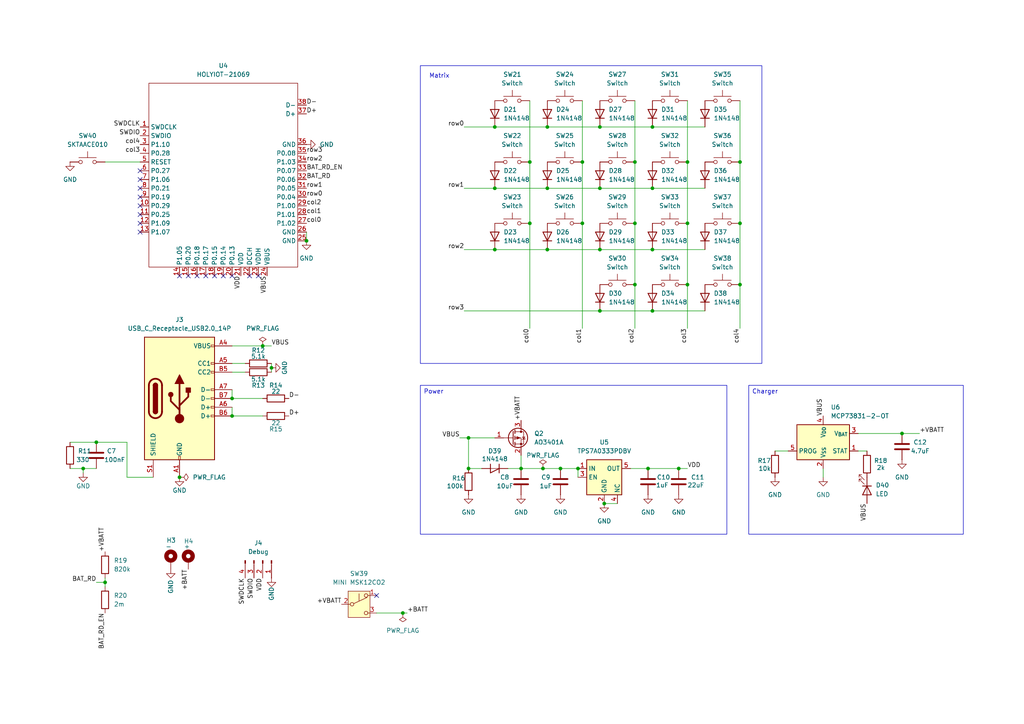
<source format=kicad_sch>
(kicad_sch (version 20231120) (generator "eeschema") (generator_version "8.0")
  (paper "A4")
  (lib_symbols
    (symbol "Battery_Management:MCP73831-2-OT"
      (property "Reference" "U" (at -7.62 6.35 0))
      (property "Value" "MCP73831-2-OT" (at 1.27 6.35 0))
      (symbol "MCP73831-2-OT_0_1"
        (rectangle (start -7.62 5.08) (end 7.62 -5.08) (stroke (width 0.254)) (fill (type background)))
      )
      (symbol "MCP73831-2-OT_1_1"
        (pin tri_state line (at 10.16 -2.54 180) (length 2.54) (name "STAT") (number "1"))
        (pin power_in line (at 0 -7.62 90) (length 2.54) (name "V_{SS}") (number "2"))
        (pin power_out line (at 10.16 2.54 180) (length 2.54) (name "V_{BAT}") (number "3"))
        (pin power_in line (at 0 7.62 270) (length 2.54) (name "V_{DD}") (number "4"))
        (pin input line (at -10.16 -2.54 0) (length 2.54) (name "PROG") (number "5"))
      )
    )
    (symbol "Connector:Conn_01x04_Pin" (pin_names (offset 1.016) hide)
      (property "Reference" "J" (at 0 5.08 0))
      (property "Value" "Conn_01x04_Pin" (at 0 -7.62 0))
      (symbol "Conn_01x04_Pin_1_1"
        (polyline (pts (xy 1.27 -5.08) (xy 0.8636 -5.08)) (stroke (width 0.1524)))
        (polyline (pts (xy 1.27 -2.54) (xy 0.8636 -2.54)) (stroke (width 0.1524)))
        (polyline (pts (xy 1.27 0) (xy 0.8636 0)) (stroke (width 0.1524)))
        (polyline (pts (xy 1.27 2.54) (xy 0.8636 2.54)) (stroke (width 0.1524)))
        (rectangle (start 0.8636 -4.953) (end 0 -5.207) (stroke (width 0.1524)) (fill (type outline)))
        (rectangle (start 0.8636 -2.413) (end 0 -2.667) (stroke (width 0.1524)) (fill (type outline)))
        (rectangle (start 0.8636 0.127) (end 0 -0.127) (stroke (width 0.1524)) (fill (type outline)))
        (rectangle (start 0.8636 2.667) (end 0 2.413) (stroke (width 0.1524)) (fill (type outline)))
        (pin passive line (at 5.08 2.54 180) (length 3.81) (name "Pin_1") (number "1"))
        (pin passive line (at 5.08 0 180) (length 3.81) (name "Pin_2") (number "2"))
        (pin passive line (at 5.08 -2.54 180) (length 3.81) (name "Pin_3") (number "3"))
        (pin passive line (at 5.08 -5.08 180) (length 3.81) (name "Pin_4") (number "4"))
      )
    )
    (symbol "Connector:USB_C_Receptacle_USB2.0_14P" (pin_names (offset 1.016))
      (property "Reference" "J" (at 0 22.225 0))
      (property "Value" "USB_C_Receptacle_USB2.0_14P" (at 0 19.685 0))
      (symbol "USB_C_Receptacle_USB2.0_14P_0_0"
        (rectangle (start -0.254 -17.78) (end 0.254 -16.764))
        (rectangle (start 10.16 -4.826) (end 9.144 -5.334))
        (rectangle (start 10.16 -2.286) (end 9.144 -2.794))
        (rectangle (start 10.16 0.254) (end 9.144 -0.254))
        (rectangle (start 10.16 2.794) (end 9.144 2.286))
        (rectangle (start 10.16 7.874) (end 9.144 7.366))
        (rectangle (start 10.16 10.414) (end 9.144 9.906))
        (rectangle (start 10.16 15.494) (end 9.144 14.986))
      )
      (symbol "USB_C_Receptacle_USB2.0_14P_0_1"
        (rectangle (start -10.16 17.78) (end 10.16 -17.78) (stroke (width 0.254)) (fill (type background)))
        (arc (start -8.89 -3.81) (mid -6.985 -5.7067) (end -5.08 -3.81) (stroke (width 0.508)))
        (arc (start -7.62 -3.81) (mid -6.985 -4.4423) (end -6.35 -3.81) (stroke (width 0.254)))
        (arc (start -7.62 -3.81) (mid -6.985 -4.4423) (end -6.35 -3.81) (stroke (width 0.254)) (fill (type outline)))
        (rectangle (start -7.62 -3.81) (end -6.35 3.81) (stroke (width 0.254)) (fill (type outline)))
        (arc (start -6.35 3.81) (mid -6.985 4.4423) (end -7.62 3.81) (stroke (width 0.254)))
        (arc (start -6.35 3.81) (mid -6.985 4.4423) (end -7.62 3.81) (stroke (width 0.254)) (fill (type outline)))
        (arc (start -5.08 3.81) (mid -6.985 5.7067) (end -8.89 3.81) (stroke (width 0.508)))
        (circle (center -2.54 1.143) (radius 0.635) (stroke (width 0.254)) (fill (type outline)))
        (circle (center 0 -5.842) (radius 1.27) (fill (type outline)))
        (polyline (pts (xy -8.89 -3.81) (xy -8.89 3.81)) (stroke (width 0.508)))
        (polyline (pts (xy -5.08 3.81) (xy -5.08 -3.81)) (stroke (width 0.508)))
        (polyline (pts (xy 0 -5.842) (xy 0 4.318)) (stroke (width 0.508)))
        (polyline (pts (xy 0 -3.302) (xy -2.54 -0.762) (xy -2.54 0.508)) (stroke (width 0.508)))
        (polyline (pts (xy 0 -2.032) (xy 2.54 0.508) (xy 2.54 1.778)) (stroke (width 0.508)))
        (polyline (pts (xy -1.27 4.318) (xy 0 6.858) (xy 1.27 4.318) (xy -1.27 4.318)) (stroke (width 0.254)) (fill (type outline)))
        (rectangle (start 1.905 1.778) (end 3.175 3.048) (stroke (width 0.254)) (fill (type outline)))
      )
      (symbol "USB_C_Receptacle_USB2.0_14P_1_1"
        (pin passive line (at 0 -22.86 90) (length 5.08) (name "GND") (number "A1"))
        (pin passive line (at 0 -22.86 90) (length 5.08) hide (name "GND") (number "A12"))
        (pin passive line (at 15.24 15.24 180) (length 5.08) (name "VBUS") (number "A4"))
        (pin bidirectional line (at 15.24 10.16 180) (length 5.08) (name "CC1") (number "A5"))
        (pin bidirectional line (at 15.24 -2.54 180) (length 5.08) (name "D+") (number "A6"))
        (pin bidirectional line (at 15.24 2.54 180) (length 5.08) (name "D-") (number "A7"))
        (pin passive line (at 15.24 15.24 180) (length 5.08) hide (name "VBUS") (number "A9"))
        (pin passive line (at 0 -22.86 90) (length 5.08) hide (name "GND") (number "B1"))
        (pin passive line (at 0 -22.86 90) (length 5.08) hide (name "GND") (number "B12"))
        (pin passive line (at 15.24 15.24 180) (length 5.08) hide (name "VBUS") (number "B4"))
        (pin bidirectional line (at 15.24 7.62 180) (length 5.08) (name "CC2") (number "B5"))
        (pin bidirectional line (at 15.24 -5.08 180) (length 5.08) (name "D+") (number "B6"))
        (pin bidirectional line (at 15.24 0 180) (length 5.08) (name "D-") (number "B7"))
        (pin passive line (at 15.24 15.24 180) (length 5.08) hide (name "VBUS") (number "B9"))
        (pin passive line (at -7.62 -22.86 90) (length 5.08) (name "SHIELD") (number "S1"))
      )
    )
    (symbol "Device:C" (pin_numbers hide) (pin_names (offset 0.254))
      (property "Reference" "C" (at 0.635 2.54 0))
      (property "Value" "C" (at 0.635 -2.54 0))
      (symbol "C_0_1"
        (polyline (pts (xy -2.032 -0.762) (xy 2.032 -0.762)) (stroke (width 0.508)))
        (polyline (pts (xy -2.032 0.762) (xy 2.032 0.762)) (stroke (width 0.508)))
      )
      (symbol "C_1_1"
        (pin passive line (at 0 3.81 270) (length 2.794) (name "~") (number "1"))
        (pin passive line (at 0 -3.81 90) (length 2.794) (name "~") (number "2"))
      )
    )
    (symbol "Device:D" (pin_numbers hide) (pin_names (offset 1.016) hide)
      (property "Reference" "D" (at 0 2.54 0))
      (property "Value" "D" (at 0 -2.54 0))
      (symbol "D_0_1"
        (polyline (pts (xy -1.27 1.27) (xy -1.27 -1.27)) (stroke (width 0.254)))
        (polyline (pts (xy 1.27 0) (xy -1.27 0)))
        (polyline (pts (xy 1.27 1.27) (xy 1.27 -1.27) (xy -1.27 0) (xy 1.27 1.27)) (stroke (width 0.254)))
      )
      (symbol "D_1_1"
        (pin passive line (at -3.81 0 0) (length 2.54) (name "K") (number "1"))
        (pin passive line (at 3.81 0 180) (length 2.54) (name "A") (number "2"))
      )
    )
    (symbol "Device:D_Shockley" (pin_numbers hide) (pin_names (offset 1.016) hide)
      (property "Reference" "D" (at 0 2.54 0))
      (property "Value" "D_Shockley" (at 0 -2.54 0))
      (symbol "D_Shockley_0_1"
        (polyline (pts (xy -1.27 0) (xy 1.27 0)))
        (polyline (pts (xy -1.27 1.27) (xy -1.27 -1.27)) (stroke (width 0.254)))
        (polyline (pts (xy -1.27 0) (xy 1.27 1.27) (xy 1.27 -1.27)) (stroke (width 0.254)))
      )
      (symbol "D_Shockley_1_1"
        (pin passive line (at -3.81 0 0) (length 2.54) (name "K") (number "1"))
        (pin passive line (at 3.81 0 180) (length 2.54) (name "A") (number "2"))
      )
    )
    (symbol "Device:LED" (pin_numbers hide) (pin_names (offset 1.016) hide)
      (property "Reference" "D" (at 0 2.54 0))
      (property "Value" "LED" (at 0 -2.54 0))
      (symbol "LED_0_1"
        (polyline (pts (xy -1.27 -1.27) (xy -1.27 1.27)) (stroke (width 0.254)))
        (polyline (pts (xy -1.27 0) (xy 1.27 0)))
        (polyline (pts (xy 1.27 -1.27) (xy 1.27 1.27) (xy -1.27 0) (xy 1.27 -1.27)) (stroke (width 0.254)))
        (polyline (pts (xy -3.048 -0.762) (xy -4.572 -2.286) (xy -3.81 -2.286) (xy -4.572 -2.286) (xy -4.572 -1.524)))
        (polyline (pts (xy -1.778 -0.762) (xy -3.302 -2.286) (xy -2.54 -2.286) (xy -3.302 -2.286) (xy -3.302 -1.524)))
      )
      (symbol "LED_1_1"
        (pin passive line (at -3.81 0 0) (length 2.54) (name "K") (number "1"))
        (pin passive line (at 3.81 0 180) (length 2.54) (name "A") (number "2"))
      )
    )
    (symbol "Device:R" (pin_numbers hide) (pin_names (offset 0))
      (property "Reference" "R" (at 2.032 0 90))
      (property "Value" "R" (at 0 0 90))
      (symbol "R_0_1"
        (rectangle (start -1.016 -2.54) (end 1.016 2.54) (stroke (width 0.254)))
      )
      (symbol "R_1_1"
        (pin passive line (at 0 3.81 270) (length 1.27) (name "~") (number "1"))
        (pin passive line (at 0 -3.81 90) (length 1.27) (name "~") (number "2"))
      )
    )
    (symbol "Holyiot-21069-nRF5340:HOLYIOT-21069"
      (property "Reference" "U1" (at 0 24.13 0))
      (property "Value" "HOLYIOT-21069" (at 0 20.955 0))
      (symbol "HOLYIOT-21069_0_1"
        (rectangle (start -21.59 26.67) (end 21.59 -26.67))
      )
      (symbol "HOLYIOT-21069_1_1"
        (pin input line (at -24.13 13.97 0) (length 2.54) (name "SWDCLK") (number "1"))
        (pin input line (at -24.13 -8.89 0) (length 2.54) (name "P0.29") (number "10"))
        (pin input line (at -24.13 -11.43 0) (length 2.54) (name "P0.25") (number "11"))
        (pin input line (at -24.13 -13.97 0) (length 2.54) (name "P1.09") (number "12"))
        (pin input line (at -24.13 -16.51 0) (length 2.54) (name "P1.07") (number "13"))
        (pin input line (at -12.7 -29.21 90) (length 2.54) (name "P1.05") (number "14"))
        (pin input line (at -10.16 -29.21 90) (length 2.54) (name "P0.20") (number "15"))
        (pin input line (at -7.62 -29.21 90) (length 2.54) (name "P0.18") (number "16"))
        (pin input line (at -5.08 -29.21 90) (length 2.54) (name "P0.17") (number "17"))
        (pin input line (at -2.54 -29.21 90) (length 2.54) (name "P0.15") (number "18"))
        (pin input line (at 0 -29.21 90) (length 2.54) (name "P0.14") (number "19"))
        (pin input line (at -24.13 11.43 0) (length 2.54) (name "SWDIO") (number "2"))
        (pin input line (at 2.54 -29.21 90) (length 2.54) (name "P0.13") (number "20"))
        (pin power_in line (at 5.08 -29.21 90) (length 2.54) (name "VDD") (number "21"))
        (pin power_in line (at 7.62 -29.21 90) (length 2.54) (name "DCCH") (number "22"))
        (pin power_in line (at 10.16 -29.21 90) (length 2.54) (name "VDDH") (number "23"))
        (pin power_in line (at 12.7 -29.21 90) (length 2.54) (name "VBUS") (number "24"))
        (pin power_in line (at 24.13 -19.05 180) (length 2.54) (name "GND") (number "25"))
        (pin power_in line (at 24.13 -16.51 180) (length 2.54) (name "GND") (number "26"))
        (pin input line (at 24.13 -13.97 180) (length 2.54) (name "P1.02") (number "27"))
        (pin input line (at 24.13 -11.43 180) (length 2.54) (name "P1.01") (number "28"))
        (pin input line (at 24.13 -8.89 180) (length 2.54) (name "P1.00") (number "29"))
        (pin input line (at -24.13 8.89 0) (length 2.54) (name "P1.10") (number "3"))
        (pin input line (at 24.13 -6.35 180) (length 2.54) (name "P0.04") (number "30"))
        (pin input line (at 24.13 -3.81 180) (length 2.54) (name "P0.05") (number "31"))
        (pin input line (at 24.13 -1.27 180) (length 2.54) (name "P0.06") (number "32"))
        (pin input line (at 24.13 1.27 180) (length 2.54) (name "P0.07") (number "33"))
        (pin input line (at 24.13 3.81 180) (length 2.54) (name "P1.03") (number "34"))
        (pin input line (at 24.13 6.35 180) (length 2.54) (name "P0.08") (number "35"))
        (pin power_in line (at 24.13 8.89 180) (length 2.54) (name "GND") (number "36"))
        (pin input line (at 24.13 17.78 180) (length 2.54) (name "D+") (number "37"))
        (pin input line (at 24.13 20.32 180) (length 2.54) (name "D-") (number "38"))
        (pin input line (at -24.13 6.35 0) (length 2.54) (name "P0.28") (number "4"))
        (pin input line (at -24.13 3.81 0) (length 2.54) (name "RESET") (number "5"))
        (pin input line (at -24.13 1.27 0) (length 2.54) (name "P0.27") (number "6"))
        (pin input line (at -24.13 -1.27 0) (length 2.54) (name "P1.06") (number "7"))
        (pin input line (at -24.13 -3.81 0) (length 2.54) (name "P0.21") (number "8"))
        (pin input line (at -24.13 -6.35 0) (length 2.54) (name "P0.19") (number "9"))
      )
    )
    (symbol "Mechanical:MountingHole_Pad" (pin_numbers hide) (pin_names (offset 1.016) hide)
      (property "Reference" "H" (at 0 6.35 0))
      (property "Value" "MountingHole_Pad" (at 0 4.445 0))
      (symbol "MountingHole_Pad_0_1"
        (circle (center 0 1.27) (radius 1.27) (stroke (width 1.27)))
      )
      (symbol "MountingHole_Pad_1_1"
        (pin input line (at 0 -2.54 90) (length 2.54) (name "1") (number "1"))
      )
    )
    (symbol "Misc:TPS7A0333PDBV"
      (property "Reference" "U" (at -3.81 6.35 0))
      (property "Value" "TPS7A0333PDBV" (at 6.35 6.35 0))
      (symbol "TPS7A0333PDBV_0_1"
        (rectangle (start -5.08 -5.08) (end 5.08 5.08) (stroke (width 0.254)) (fill (type background)))
        (pin power_in line (at -7.62 2.54 0) (length 2.54) (name "IN") (number "1"))
        (pin power_in line (at 0 -7.62 90) (length 2.54) (name "GND") (number "2"))
        (pin input line (at -7.62 0 0) (length 2.54) (name "EN") (number "3"))
        (pin power_out line (at 7.62 2.54 180) (length 2.54) (name "OUT") (number "5"))
      )
      (symbol "TPS7A0333PDBV_1_1"
        (pin power_in line (at 3.81 -7.62 90) (length 2.54) (name "NC") (number "4"))
      )
    )
    (symbol "Switch:SW_Push" (pin_numbers hide) (pin_names (offset 1.016) hide)
      (property "Reference" "SW" (at 1.27 2.54 0))
      (property "Value" "SW_Push" (at 0 -1.524 0))
      (symbol "SW_Push_0_1"
        (circle (center -2.032 0) (radius 0.508))
        (polyline (pts (xy 0 1.27) (xy 0 3.048)))
        (polyline (pts (xy 2.54 1.27) (xy -2.54 1.27)))
        (circle (center 2.032 0) (radius 0.508))
        (pin passive line (at -5.08 0 0) (length 2.54) (name "1") (number "1"))
        (pin passive line (at 5.08 0 180) (length 2.54) (name "2") (number "2"))
      )
    )
    (symbol "Switch:SW_Push_SPDT" (pin_names (offset 0) hide)
      (property "Reference" "SW" (at 0 5.08 0))
      (property "Value" "SW_Push_SPDT" (at 0 -5.08 0))
      (symbol "SW_Push_SPDT_0_0"
        (circle (center -2.032 0) (radius 0.508))
        (polyline (pts (xy 0 1.016) (xy 0 3.048)))
        (circle (center 2.032 -2.54) (radius 0.508))
      )
      (symbol "SW_Push_SPDT_0_1"
        (polyline (pts (xy -1.524 0.2032) (xy 2.3368 1.9812)))
        (circle (center 2.032 2.54) (radius 0.508))
      )
      (symbol "SW_Push_SPDT_1_1"
        (rectangle (start -3.175 3.81) (end 3.175 -3.81) (fill (type background)))
        (pin passive line (at 5.08 2.54 180) (length 2.54) (name "A") (number "1"))
        (pin passive line (at -5.08 0 0) (length 2.54) (name "B") (number "2"))
        (pin passive line (at 5.08 -2.54 180) (length 2.54) (name "C") (number "3"))
      )
    )
    (symbol "Transistor_FET:AO3401A" (pin_names hide)
      (property "Reference" "Q" (at 5.08 1.905 0))
      (property "Value" "AO3401A" (at 5.08 0 0))
      (symbol "AO3401A_0_1"
        (polyline (pts (xy 0.254 0) (xy -2.54 0)))
        (polyline (pts (xy 0.254 1.905) (xy 0.254 -1.905)) (stroke (width 0.254)))
        (polyline (pts (xy 0.762 -1.27) (xy 0.762 -2.286)) (stroke (width 0.254)))
        (polyline (pts (xy 0.762 0.508) (xy 0.762 -0.508)) (stroke (width 0.254)))
        (polyline (pts (xy 0.762 2.286) (xy 0.762 1.27)) (stroke (width 0.254)))
        (polyline (pts (xy 2.54 2.54) (xy 2.54 1.778)))
        (polyline (pts (xy 2.54 -2.54) (xy 2.54 0) (xy 0.762 0)))
        (polyline (pts (xy 0.762 1.778) (xy 3.302 1.778) (xy 3.302 -1.778) (xy 0.762 -1.778)))
        (polyline (pts (xy 2.286 0) (xy 1.27 0.381) (xy 1.27 -0.381) (xy 2.286 0)) (fill (type outline)))
        (polyline (pts (xy 2.794 -0.508) (xy 2.921 -0.381) (xy 3.683 -0.381) (xy 3.81 -0.254)))
        (polyline (pts (xy 3.302 -0.381) (xy 2.921 0.254) (xy 3.683 0.254) (xy 3.302 -0.381)))
        (circle (center 1.651 0) (radius 2.794) (stroke (width 0.254)))
        (circle (center 2.54 -1.778) (radius 0.254) (fill (type outline)))
        (circle (center 2.54 1.778) (radius 0.254) (fill (type outline)))
      )
      (symbol "AO3401A_1_1"
        (pin input line (at -5.08 0 0) (length 2.54) (name "G") (number "1"))
        (pin passive line (at 2.54 -5.08 90) (length 2.54) (name "S") (number "2"))
        (pin passive line (at 2.54 5.08 270) (length 2.54) (name "D") (number "3"))
      )
    )
    (symbol "power:GND" (power) (pin_numbers hide) (pin_names (offset 0) hide)
      (property "Value" "GND" (at 0 -3.81 0))
      (symbol "GND_0_1"
        (polyline (pts (xy 0 0) (xy 0 -1.27) (xy 1.27 -1.27) (xy 0 -2.54) (xy -1.27 -1.27) (xy 0 -1.27)))
      )
      (symbol "GND_1_1"
        (pin power_in line (at 0 0 270) (length 0) (name "~") (number "1"))
      )
    )
    (symbol "power:PWR_FLAG" (power) (pin_numbers hide) (pin_names (offset 0) hide)
      (property "Value" "PWR_FLAG" (at 0 3.81 0))
      (symbol "PWR_FLAG_0_0"
        (pin power_out line (at 0 0 90) (length 0) (name "~") (number "1"))
      )
      (symbol "PWR_FLAG_0_1"
        (polyline (pts (xy 0 0) (xy 0 1.27) (xy -1.016 1.905) (xy 0 2.54) (xy 1.016 1.905) (xy 0 1.27)))
      )
    )
  )
  (junction (at 158.75 72.39))
  (junction (at 214.63 46.99))
  (junction (at 261.62 125.73))
  (junction (at 189.23 72.39))
  (junction (at 143.51 72.39))
  (junction (at 214.63 82.55))
  (junction (at 189.23 36.83))
  (junction (at 24.13 135.89))
  (junction (at 199.39 64.77))
  (junction (at 153.67 46.99))
  (junction (at 135.89 127))
  (junction (at 187.96 135.89))
  (junction (at 189.23 90.17))
  (junction (at 158.75 54.61))
  (junction (at 143.51 36.83))
  (junction (at 67.31 115.57))
  (junction (at 153.67 64.77))
  (junction (at 30.48 168.91))
  (junction (at 196.85 135.89))
  (junction (at 168.91 46.99))
  (junction (at 157.48 135.89))
  (junction (at 168.91 64.77))
  (junction (at 135.89 135.89))
  (junction (at 173.99 72.39))
  (junction (at 184.15 46.99))
  (junction (at 116.84 177.8))
  (junction (at 184.15 82.55))
  (junction (at 173.99 54.61))
  (junction (at 151.13 135.89))
  (junction (at 67.31 120.65))
  (junction (at 52.07 138.43))
  (junction (at 175.26 146.05))
  (junction (at 189.23 54.61))
  (junction (at 76.2 100.33))
  (junction (at 184.15 64.77))
  (junction (at 88.9 69.85))
  (junction (at 199.39 46.99))
  (junction (at 162.56 135.89))
  (junction (at 158.75 36.83))
  (junction (at 78.74 106.68))
  (junction (at 214.63 64.77))
  (junction (at 167.64 135.89))
  (junction (at 173.99 36.83))
  (junction (at 143.51 54.61))
  (junction (at 27.94 128.27))
  (junction (at 199.39 82.55))
  (junction (at 173.99 90.17))
  (no_connect (at 59.69 80.01))
  (no_connect (at 40.64 52.07))
  (no_connect (at 40.64 62.23))
  (no_connect (at 109.22 172.72))
  (no_connect (at 40.64 57.15))
  (no_connect (at 54.61 80.01))
  (no_connect (at 74.93 80.01))
  (no_connect (at 40.64 49.53))
  (no_connect (at 40.64 67.31))
  (no_connect (at 67.31 80.01))
  (no_connect (at 40.64 59.69))
  (no_connect (at 72.39 80.01))
  (no_connect (at 64.77 80.01))
  (no_connect (at 62.23 80.01))
  (no_connect (at 57.15 80.01))
  (no_connect (at 52.07 80.01))
  (no_connect (at 40.64 54.61))
  (no_connect (at 40.64 64.77))
  (wire (pts (xy 67.31 113.03) (xy 67.31 115.57)))
  (wire (pts (xy 151.13 135.89) (xy 157.48 135.89)))
  (wire (pts (xy 36.83 138.43) (xy 44.45 138.43)))
  (wire (pts (xy 182.88 135.89) (xy 187.96 135.89)))
  (wire (pts (xy 67.31 107.95) (xy 71.12 107.95)))
  (wire (pts (xy 261.62 125.73) (xy 266.7 125.73)))
  (wire (pts (xy 143.51 36.83) (xy 158.75 36.83)))
  (wire (pts (xy 27.94 128.27) (xy 36.83 128.27)))
  (wire (pts (xy 196.85 135.89) (xy 199.39 135.89)))
  (wire (pts (xy 134.62 72.39) (xy 143.51 72.39)))
  (wire (pts (xy 168.91 46.99) (xy 168.91 64.77)))
  (wire (pts (xy 20.32 128.27) (xy 27.94 128.27)))
  (wire (pts (xy 184.15 64.77) (xy 184.15 82.55)))
  (wire (pts (xy 78.74 106.68) (xy 78.74 107.95)))
  (wire (pts (xy 189.23 54.61) (xy 204.47 54.61)))
  (wire (pts (xy 67.31 105.41) (xy 71.12 105.41)))
  (wire (pts (xy 214.63 29.21) (xy 214.63 46.99)))
  (wire (pts (xy 189.23 36.83) (xy 204.47 36.83)))
  (wire (pts (xy 162.56 135.89) (xy 167.64 135.89)))
  (wire (pts (xy 30.48 167.64) (xy 30.48 168.91)))
  (wire (pts (xy 199.39 46.99) (xy 199.39 64.77)))
  (wire (pts (xy 143.51 72.39) (xy 158.75 72.39)))
  (wire (pts (xy 158.75 54.61) (xy 173.99 54.61)))
  (wire (pts (xy 214.63 46.99) (xy 214.63 64.77)))
  (wire (pts (xy 173.99 36.83) (xy 189.23 36.83)))
  (wire (pts (xy 109.22 177.8) (xy 116.84 177.8)))
  (wire (pts (xy 184.15 82.55) (xy 184.15 95.25)))
  (wire (pts (xy 173.99 54.61) (xy 189.23 54.61)))
  (wire (pts (xy 135.89 127) (xy 143.51 127)))
  (wire (pts (xy 76.2 100.33) (xy 78.74 100.33)))
  (wire (pts (xy 199.39 82.55) (xy 199.39 95.25)))
  (wire (pts (xy 199.39 64.77) (xy 199.39 82.55)))
  (wire (pts (xy 67.31 115.57) (xy 76.2 115.57)))
  (wire (pts (xy 24.13 135.89) (xy 24.13 137.16)))
  (wire (pts (xy 67.31 120.65) (xy 76.2 120.65)))
  (wire (pts (xy 134.62 54.61) (xy 143.51 54.61)))
  (wire (pts (xy 189.23 72.39) (xy 204.47 72.39)))
  (wire (pts (xy 20.32 135.89) (xy 24.13 135.89)))
  (wire (pts (xy 167.64 135.89) (xy 167.64 138.43)))
  (wire (pts (xy 135.89 135.89) (xy 139.7 135.89)))
  (wire (pts (xy 248.92 130.81) (xy 251.46 130.81)))
  (wire (pts (xy 214.63 82.55) (xy 214.63 95.25)))
  (wire (pts (xy 30.48 46.99) (xy 40.64 46.99)))
  (wire (pts (xy 147.32 135.89) (xy 151.13 135.89)))
  (wire (pts (xy 173.99 72.39) (xy 189.23 72.39)))
  (wire (pts (xy 187.96 135.89) (xy 196.85 135.89)))
  (wire (pts (xy 158.75 72.39) (xy 173.99 72.39)))
  (wire (pts (xy 36.83 128.27) (xy 36.83 138.43)))
  (wire (pts (xy 184.15 46.99) (xy 184.15 64.77)))
  (wire (pts (xy 67.31 118.11) (xy 67.31 120.65)))
  (wire (pts (xy 151.13 132.08) (xy 151.13 135.89)))
  (wire (pts (xy 168.91 29.21) (xy 168.91 46.99)))
  (wire (pts (xy 67.31 100.33) (xy 76.2 100.33)))
  (wire (pts (xy 199.39 29.21) (xy 199.39 46.99)))
  (wire (pts (xy 157.48 135.89) (xy 162.56 135.89)))
  (wire (pts (xy 116.84 177.8) (xy 118.11 177.8)))
  (wire (pts (xy 153.67 64.77) (xy 153.67 95.25)))
  (wire (pts (xy 168.91 64.77) (xy 168.91 95.25)))
  (wire (pts (xy 24.13 135.89) (xy 27.94 135.89)))
  (wire (pts (xy 133.35 127) (xy 135.89 127)))
  (wire (pts (xy 173.99 90.17) (xy 134.62 90.17)))
  (wire (pts (xy 143.51 54.61) (xy 158.75 54.61)))
  (wire (pts (xy 78.74 105.41) (xy 78.74 106.68)))
  (wire (pts (xy 135.89 127) (xy 135.89 135.89)))
  (wire (pts (xy 224.79 130.81) (xy 228.6 130.81)))
  (wire (pts (xy 238.76 135.89) (xy 238.76 138.43)))
  (wire (pts (xy 88.9 67.31) (xy 88.9 69.85)))
  (wire (pts (xy 214.63 64.77) (xy 214.63 82.55)))
  (wire (pts (xy 153.67 46.99) (xy 153.67 64.77)))
  (wire (pts (xy 248.92 125.73) (xy 261.62 125.73)))
  (wire (pts (xy 153.67 29.21) (xy 153.67 46.99)))
  (wire (pts (xy 158.75 36.83) (xy 173.99 36.83)))
  (wire (pts (xy 30.48 168.91) (xy 30.48 170.18)))
  (wire (pts (xy 134.62 36.83) (xy 143.51 36.83)))
  (wire (pts (xy 189.23 90.17) (xy 173.99 90.17)))
  (wire (pts (xy 189.23 90.17) (xy 204.47 90.17)))
  (wire (pts (xy 27.94 168.91) (xy 30.48 168.91)))
  (wire (pts (xy 175.26 146.05) (xy 179.07 146.05)))
  (wire (pts (xy 184.15 29.21) (xy 184.15 46.99)))
  (rectangle (start 121.92 19.05) (end 220.98 105.41))
  (text_box "Charger" (at 217.17 111.76 0) (size 62.23 43.18) (effects (font (size 1.27 1.27)) (justify left top)))
  (text_box "Power\n" (at 121.92 111.76 0) (size 88.9 43.18) (effects (font (size 1.27 1.27)) (justify left top)))
  (text "Matrix" (at 124.46 22.86 0) (effects (font (size 1.27 1.27)) (justify left bottom)))
  (label "row2" (at 134.62 72.39 180))
  (label "col3" (at 199.39 95.25 270))
  (label "BAT_RD" (at 88.9 52.07 0))
  (label "+VBATT" (at 151.13 121.92 90))
  (label "SWDCLK" (at 71.12 167.64 270))
  (label "col1" (at 168.91 95.25 270))
  (label "col4" (at 40.64 41.91 180))
  (label "col0" (at 153.67 95.25 270))
  (label "VBUS" (at 251.46 146.05 270))
  (label "SWDIO" (at 40.64 39.37 180))
  (label "VBUS" (at 78.74 100.33 0))
  (label "col1" (at 88.9 62.23 0))
  (label "D+" (at 88.9 33.02 0))
  (label "col3" (at 40.64 44.45 180))
  (label "col4" (at 214.63 95.25 270))
  (label "+BATT" (at 118.11 177.8 0))
  (label "row2" (at 88.9 46.99 0))
  (label "D-" (at 83.82 115.57 0))
  (label "+BATT" (at 54.61 165.1 270))
  (label "VBUS" (at 77.47 80.01 270))
  (label "BAT_RD_EN" (at 88.9 49.53 0))
  (label "VDD" (at 69.85 80.01 270))
  (label "VDD" (at 199.39 135.89 0))
  (label "D-" (at 88.9 30.48 0))
  (label "VBUS" (at 238.76 120.65 90))
  (label "+VBATT" (at 30.48 160.02 90))
  (label "row3" (at 134.62 90.17 180))
  (label "VBUS" (at 133.35 127 180))
  (label "row0" (at 134.62 36.83 180))
  (label "+VBATT" (at 266.7 125.73 0))
  (label "col2" (at 184.15 95.25 270))
  (label "row0" (at 88.9 57.15 0))
  (label "VDD" (at 76.2 167.64 270))
  (label "BAT_RD" (at 27.94 168.91 180))
  (label "row3" (at 88.9 44.45 0))
  (label "SWDCLK" (at 40.64 36.83 180))
  (label "row1" (at 88.9 54.61 0))
  (label "row1" (at 134.62 54.61 180))
  (label "col0" (at 88.9 64.77 0))
  (label "+VBATT" (at 99.06 175.26 180))
  (label "SWDIO" (at 73.66 167.64 270))
  (label "D+" (at 83.82 120.65 0))
  (label "col2" (at 88.9 59.69 0))
  (label "BAT_RD_EN" (at 30.48 177.8 270))
  (symbol (lib_id "Device:D") (at 143.51 33.02 90) (unit 1)
    (property "Reference" "D21" (at 146.05 31.7499 90) (effects (justify right)))
    (property "Value" "1N4148" (at 146.05 34.2899 90) (effects (justify right)))
    (property "Footprint" "Diode_SMD:D_SOD-323" (effects (hide yes)))
    (property "Sim.Device" "D" (effects (hide yes)))
    (property "Sim.Pins" "1=K 2=A" (effects (hide yes)))
  )
  (symbol (lib_id "Device:R") (at 224.79 134.62 0) (unit 1)
    (property "Reference" "R17" (at 219.71 133.604 0) (effects (justify left)))
    (property "Value" "10k" (at 219.964 135.89 0) (effects (justify left)))
    (property "Footprint" "Resistor_SMD:R_0603_1608Metric" (effects (hide yes)))
    (property "Description" "Resistor" (effects (hide yes)))
  )
  (symbol (lib_id "Device:R") (at 251.46 134.62 0) (unit 1)
    (property "Reference" "R18" (at 253.492 133.604 0) (effects (justify left)))
    (property "Value" "2k" (at 254.254 135.636 0) (effects (justify left)))
    (property "Footprint" "Resistor_SMD:R_0603_1608Metric" (effects (hide yes)))
    (property "Description" "Resistor" (effects (hide yes)))
  )
  (symbol (lib_id "Switch:SW_Push") (at 163.83 64.77 0) (unit 1) (exclude_from_sim yes) (in_bom no)
    (property "Reference" "SW26" (at 163.83 57.15 0))
    (property "Value" "Switch" (at 163.83 59.69 0))
    (property "Footprint" "sw_keyboard_switches:SW_Hotswap_Kailh_Choc_V1_1.00u" (effects (hide yes)))
  )
  (symbol (lib_id "Device:R") (at 135.89 139.7 0) (unit 1)
    (property "Reference" "R16" (at 131.064 138.684 0) (effects (justify left)))
    (property "Value" "100k" (at 129.54 140.97 0) (effects (justify left)))
    (property "Footprint" "Resistor_SMD:R_0603_1608Metric" (effects (hide yes)))
    (property "Description" "Resistor" (effects (hide yes)))
  )
  (symbol (lib_id "Misc:TPS7A0333PDBV") (at 175.26 138.43 0) (unit 1)
    (property "Reference" "U5" (at 175.26 128.27 0))
    (property "Value" "TPS7A0333PDBV" (at 175.26 130.81 0))
    (property "Footprint" "Package_TO_SOT_SMD:SOT-23-5" (effects (hide yes)))
    (property "Datasheet" "http://www.ti.com/lit/ds/symlink/lp5907.pdf" (effects (hide yes)))
    (property "Description" "200-mA Ultra-Low-Noise Low-IQ LDO, 3.3V, SOT-23" (effects (hide yes)))
  )
  (symbol (lib_id "power:GND") (at 52.07 138.43 0) (unit 1)
    (property "Reference" "#PWR015" (effects (hide yes)))
    (property "Value" "GND" (at 52.07 142.24 0))
    (property "Description" "Power symbol creates a global label with name \"GND\" , ground" (effects (hide yes)))
  )
  (symbol (lib_id "Mechanical:MountingHole_Pad") (at 54.61 162.56 0) (unit 1) (in_bom no)
    (property "Reference" "H4" (at 53.34 156.972 0) (effects (justify left)))
    (property "Value" "+" (at 53.34 158.496 0) (effects (justify left)))
    (property "Footprint" "Misc:BatterySolderPad" (effects (hide yes)))
    (property "Description" "Mounting Hole with connection" (effects (hide yes)))
  )
  (symbol (lib_id "power:GND") (at 88.9 41.91 90) (unit 1)
    (property "Reference" "#PWR05" (effects (hide yes)))
    (property "Value" "GND" (at 92.71 41.9099 90) (effects (justify right)))
    (property "Description" "Power symbol creates a global label with name \"GND\" , ground" (effects (hide yes)))
  )
  (symbol (lib_id "Switch:SW_Push") (at 179.07 64.77 0) (unit 1) (exclude_from_sim yes) (in_bom no)
    (property "Reference" "SW29" (at 179.07 57.15 0))
    (property "Value" "Switch" (at 179.07 59.69 0))
    (property "Footprint" "sw_keyboard_switches:SW_Hotswap_Kailh_Choc_V1_1.00u" (effects (hide yes)))
  )
  (symbol (lib_id "power:GND") (at 49.53 165.1 0) (unit 1)
    (property "Reference" "#PWR033" (effects (hide yes)))
    (property "Value" "GND" (at 49.53 170.18 90))
    (property "Description" "Power symbol creates a global label with name \"GND\" , ground" (effects (hide yes)))
  )
  (symbol (lib_id "Device:D") (at 158.75 50.8 90) (unit 1)
    (property "Reference" "D25" (at 161.29 49.5299 90) (effects (justify right)))
    (property "Value" "1N4148" (at 161.29 52.0699 90) (effects (justify right)))
    (property "Footprint" "Diode_SMD:D_SOD-323" (effects (hide yes)))
    (property "Sim.Device" "D" (effects (hide yes)))
    (property "Sim.Pins" "1=K 2=A" (effects (hide yes)))
  )
  (symbol (lib_id "Device:C") (at 187.96 139.7 0) (unit 1)
    (property "Reference" "C10" (at 190.5 138.43 0) (effects (justify left)))
    (property "Value" "1uF" (at 190.246 140.716 0) (effects (justify left)))
    (property "Footprint" "Capacitor_SMD:C_0603_1608Metric" (effects (hide yes)))
    (property "Description" "Unpolarized capacitor" (effects (hide yes)))
  )
  (symbol (lib_id "Mechanical:MountingHole_Pad") (at 49.53 162.56 0) (unit 1) (in_bom no)
    (property "Reference" "H3" (at 48.26 156.718 0) (effects (justify left)))
    (property "Value" "-" (at 48.006 158.496 0) (effects (justify left)))
    (property "Footprint" "Misc:BatterySolderPad" (effects (hide yes)))
    (property "Description" "Mounting Hole with connection" (effects (hide yes)))
  )
  (symbol (lib_id "Device:D") (at 189.23 50.8 90) (unit 1)
    (property "Reference" "D32" (at 191.77 49.5299 90) (effects (justify right)))
    (property "Value" "1N4148" (at 191.77 52.0699 90) (effects (justify right)))
    (property "Footprint" "Diode_SMD:D_SOD-323" (effects (hide yes)))
    (property "Sim.Device" "D" (effects (hide yes)))
    (property "Sim.Pins" "1=K 2=A" (effects (hide yes)))
  )
  (symbol (lib_id "Switch:SW_Push_SPDT") (at 104.14 175.26 0) (unit 1)
    (property "Reference" "SW39" (at 104.14 166.37 0))
    (property "Value" "MINI MSK12CO2" (at 104.14 168.91 0))
    (property "Footprint" "MINI-MSK12CO2:SW_SPDT_MSKT_12C0" (effects (hide yes)))
    (property "Description" "Momentary Switch, single pole double throw" (effects (hide yes)))
  )
  (symbol (lib_id "Device:D") (at 173.99 33.02 90) (unit 1)
    (property "Reference" "D27" (at 176.53 31.7499 90) (effects (justify right)))
    (property "Value" "1N4148" (at 176.53 34.2899 90) (effects (justify right)))
    (property "Footprint" "Diode_SMD:D_SOD-323" (effects (hide yes)))
    (property "Sim.Device" "D" (effects (hide yes)))
    (property "Sim.Pins" "1=K 2=A" (effects (hide yes)))
  )
  (symbol (lib_id "Device:D") (at 189.23 86.36 90) (unit 1)
    (property "Reference" "D34" (at 191.77 85.0899 90) (effects (justify right)))
    (property "Value" "1N4148" (at 191.77 87.6299 90) (effects (justify right)))
    (property "Footprint" "Diode_SMD:D_SOD-323" (effects (hide yes)))
    (property "Sim.Device" "D" (effects (hide yes)))
    (property "Sim.Pins" "1=K 2=A" (effects (hide yes)))
  )
  (symbol (lib_id "Device:D") (at 204.47 86.36 90) (unit 1)
    (property "Reference" "D38" (at 207.01 85.0899 90) (effects (justify right)))
    (property "Value" "1N4148" (at 207.01 87.6299 90) (effects (justify right)))
    (property "Footprint" "Diode_SMD:D_SOD-323" (effects (hide yes)))
    (property "Sim.Device" "D" (effects (hide yes)))
    (property "Sim.Pins" "1=K 2=A" (effects (hide yes)))
  )
  (symbol (lib_id "Device:D") (at 204.47 68.58 90) (unit 1)
    (property "Reference" "D37" (at 207.01 67.3099 90) (effects (justify right)))
    (property "Value" "1N4148" (at 207.01 69.8499 90) (effects (justify right)))
    (property "Footprint" "Diode_SMD:D_SOD-323" (effects (hide yes)))
    (property "Sim.Device" "D" (effects (hide yes)))
    (property "Sim.Pins" "1=K 2=A" (effects (hide yes)))
  )
  (symbol (lib_id "Device:R") (at 30.48 163.83 0) (unit 1)
    (property "Reference" "R19" (at 33.02 162.5599 0) (effects (justify left)))
    (property "Value" "820k" (at 33.02 165.0999 0) (effects (justify left)))
    (property "Footprint" "Resistor_SMD:R_0402_1005Metric" (effects (hide yes)))
    (property "Description" "Resistor" (effects (hide yes)))
  )
  (symbol (lib_id "Device:D") (at 143.51 50.8 90) (unit 1)
    (property "Reference" "D22" (at 146.05 49.5299 90) (effects (justify right)))
    (property "Value" "1N4148" (at 146.05 52.0699 90) (effects (justify right)))
    (property "Footprint" "Diode_SMD:D_SOD-323" (effects (hide yes)))
    (property "Sim.Device" "D" (effects (hide yes)))
    (property "Sim.Pins" "1=K 2=A" (effects (hide yes)))
  )
  (symbol (lib_id "power:GND") (at 175.26 146.05 0) (unit 1)
    (property "Reference" "#PWR024" (effects (hide yes)))
    (property "Value" "GND" (at 175.26 151.13 0))
    (property "Description" "Power symbol creates a global label with name \"GND\" , ground" (effects (hide yes)))
  )
  (symbol (lib_id "Device:C") (at 27.94 132.08 0) (unit 1)
    (property "Reference" "C7" (at 30.988 130.81 0) (effects (justify left)))
    (property "Value" "100nF" (at 30.226 133.35 0) (effects (justify left)))
    (property "Footprint" "Capacitor_SMD:C_0402_1005Metric" (effects (hide yes)))
    (property "Description" "Unpolarized capacitor" (effects (hide yes)))
  )
  (symbol (lib_id "power:GND") (at 135.89 143.51 0) (unit 1)
    (property "Reference" "#PWR019" (effects (hide yes)))
    (property "Value" "GND" (at 135.89 148.59 0))
    (property "Description" "Power symbol creates a global label with name \"GND\" , ground" (effects (hide yes)))
  )
  (symbol (lib_id "Transistor_FET:AO3401A") (at 148.59 127 0) (unit 1)
    (property "Reference" "Q2" (at 154.94 125.7299 0) (effects (justify left)))
    (property "Value" "AO3401A" (at 154.94 128.2699 0) (effects (justify left)))
    (property "Footprint" "Package_TO_SOT_SMD:SOT-23" (effects (hide yes)))
    (property "Datasheet" "http://www.aosmd.com/pdfs/datasheet/AO3401A.pdf" (effects (hide yes)))
    (property "Description" "-4.0A Id, -30V Vds, P-Channel MOSFET, SOT-23" (effects (hide yes)))
  )
  (symbol (lib_id "Device:D_Shockley") (at 143.51 135.89 180) (unit 1)
    (property "Reference" "D39" (at 143.51 130.81 0))
    (property "Value" "1N4148" (at 143.51 133.096 0))
    (property "Footprint" "Diode_SMD:D_SOD-323" (effects (hide yes)))
    (property "Description" "Shockley (PNPN) diode" (effects (hide yes)))
  )
  (symbol (lib_id "Switch:SW_Push") (at 148.59 46.99 0) (unit 1) (exclude_from_sim yes) (in_bom no)
    (property "Reference" "SW22" (at 148.59 39.37 0))
    (property "Value" "Switch" (at 148.59 41.91 0))
    (property "Footprint" "sw_keyboard_switches:SW_Hotswap_Kailh_Choc_V1_1.00u" (effects (hide yes)))
  )
  (symbol (lib_id "Switch:SW_Push") (at 194.31 64.77 0) (unit 1) (exclude_from_sim yes) (in_bom no)
    (property "Reference" "SW33" (at 194.31 57.15 0))
    (property "Value" "Switch" (at 194.31 59.69 0))
    (property "Footprint" "sw_keyboard_switches:SW_Hotswap_Kailh_Choc_V1_1.00u" (effects (hide yes)))
  )
  (symbol (lib_id "Device:R") (at 80.01 115.57 90) (unit 1)
    (property "Reference" "R14" (at 80.01 111.76 90))
    (property "Value" "22" (at 80.01 113.538 90))
    (property "Footprint" "Resistor_SMD:R_0402_1005Metric" (effects (hide yes)))
    (property "Description" "Resistor" (effects (hide yes)))
  )
  (symbol (lib_id "Device:C") (at 162.56 139.7 0) (unit 1)
    (property "Reference" "C9" (at 156.972 138.43 0) (effects (justify left)))
    (property "Value" "1uF" (at 156.464 140.97 0) (effects (justify left)))
    (property "Footprint" "Capacitor_SMD:C_0603_1608Metric" (effects (hide yes)))
    (property "Description" "Unpolarized capacitor" (effects (hide yes)))
  )
  (symbol (lib_id "Switch:SW_Push") (at 209.55 64.77 0) (unit 1) (exclude_from_sim yes) (in_bom no)
    (property "Reference" "SW37" (at 209.55 57.15 0))
    (property "Value" "Switch" (at 209.55 59.69 0))
    (property "Footprint" "sw_keyboard_switches:SW_Hotswap_Kailh_Choc_V1_1.00u" (effects (hide yes)))
  )
  (symbol (lib_id "Switch:SW_Push") (at 194.31 46.99 0) (unit 1) (exclude_from_sim yes) (in_bom no)
    (property "Reference" "SW32" (at 194.31 39.37 0))
    (property "Value" "Switch" (at 194.31 41.91 0))
    (property "Footprint" "sw_keyboard_switches:SW_Hotswap_Kailh_Choc_V1_1.00u" (effects (hide yes)))
  )
  (symbol (lib_id "power:GND") (at 78.74 167.64 0) (unit 1)
    (property "Reference" "#PWR034" (effects (hide yes)))
    (property "Value" "GND" (at 78.74 172.212 90))
    (property "Description" "Power symbol creates a global label with name \"GND\" , ground" (effects (hide yes)))
  )
  (symbol (lib_id "power:PWR_FLAG") (at 76.2 100.33 0) (unit 1)
    (property "Reference" "#FLG07" (effects (hide yes)))
    (property "Value" "PWR_FLAG" (at 76.2 95.25 0))
    (property "Description" "Special symbol for telling ERC where power comes from" (effects (hide yes)))
  )
  (symbol (lib_id "Switch:SW_Push") (at 148.59 29.21 0) (unit 1) (exclude_from_sim yes) (in_bom no)
    (property "Reference" "SW21" (at 148.59 21.59 0))
    (property "Value" "Switch" (at 148.59 24.13 0))
    (property "Footprint" "sw_keyboard_switches:SW_Hotswap_Kailh_Choc_V1_1.00u" (effects (hide yes)))
  )
  (symbol (lib_id "Switch:SW_Push") (at 148.59 64.77 0) (unit 1) (exclude_from_sim yes) (in_bom no)
    (property "Reference" "SW23" (at 148.59 57.15 0))
    (property "Value" "Switch" (at 148.59 59.69 0))
    (property "Footprint" "sw_keyboard_switches:SW_Hotswap_Kailh_Choc_V1_1.00u" (effects (hide yes)))
  )
  (symbol (lib_id "Switch:SW_Push") (at 25.4 46.99 0) (unit 1)
    (property "Reference" "SW40" (at 25.4 39.37 0))
    (property "Value" "SKTAACE010" (at 25.4 41.91 0))
    (property "Footprint" "BUTTON_SWITCH_EVPBB4A9B000:SKTAACE010" (effects (hide yes)))
    (property "Datasheet" "https://wmsc.lcsc.com/wmsc/upload/file/pdf/v2/lcsc/1912111437_ALPSALPINE-SKTAACE010_C358621.pdf" (effects (hide yes)))
    (property "Description" "Push button switch, generic, two pins" (effects (hide yes)))
  )
  (symbol (lib_id "Switch:SW_Push") (at 194.31 29.21 0) (unit 1) (exclude_from_sim yes) (in_bom no)
    (property "Reference" "SW31" (at 194.31 21.59 0))
    (property "Value" "Switch" (at 194.31 24.13 0))
    (property "Footprint" "sw_keyboard_switches:SW_Hotswap_Kailh_Choc_V1_1.00u" (effects (hide yes)))
  )
  (symbol (lib_id "Switch:SW_Push") (at 209.55 46.99 0) (unit 1) (exclude_from_sim yes) (in_bom no)
    (property "Reference" "SW36" (at 209.55 39.37 0))
    (property "Value" "Switch" (at 209.55 41.91 0))
    (property "Footprint" "sw_keyboard_switches:SW_Hotswap_Kailh_Choc_V1_1.00u" (effects (hide yes)))
  )
  (symbol (lib_id "Switch:SW_Push") (at 163.83 29.21 0) (unit 1) (exclude_from_sim yes) (in_bom no)
    (property "Reference" "SW24" (at 163.83 21.59 0))
    (property "Value" "Switch" (at 163.83 24.13 0))
    (property "Footprint" "sw_keyboard_switches:SW_Hotswap_Kailh_Choc_V1_1.00u" (effects (hide yes)))
  )
  (symbol (lib_id "power:GND") (at 196.85 143.51 0) (unit 1)
    (property "Reference" "#PWR028" (effects (hide yes)))
    (property "Value" "GND" (at 196.85 148.59 0))
    (property "Description" "Power symbol creates a global label with name \"GND\" , ground" (effects (hide yes)))
  )
  (symbol (lib_id "power:GND") (at 151.13 143.51 0) (unit 1)
    (property "Reference" "#PWR020" (effects (hide yes)))
    (property "Value" "GND" (at 151.13 148.59 0))
    (property "Description" "Power symbol creates a global label with name \"GND\" , ground" (effects (hide yes)))
  )
  (symbol (lib_id "power:PWR_FLAG") (at 157.48 135.89 0) (unit 1)
    (property "Reference" "#FLG08" (effects (hide yes)))
    (property "Value" "PWR_FLAG" (at 157.48 132.08 0))
    (property "Description" "Special symbol for telling ERC where power comes from" (effects (hide yes)))
  )
  (symbol (lib_id "Switch:SW_Push") (at 179.07 82.55 0) (unit 1) (exclude_from_sim yes) (in_bom no)
    (property "Reference" "SW30" (at 179.07 74.93 0))
    (property "Value" "Switch" (at 179.07 77.47 0))
    (property "Footprint" "sw_keyboard_switches:SW_Hotswap_Kailh_Choc_V1_1.00u" (effects (hide yes)))
  )
  (symbol (lib_id "Connector:USB_C_Receptacle_USB2.0_14P") (at 52.07 115.57 0) (unit 1)
    (property "Reference" "J3" (at 52.07 92.71 0))
    (property "Value" "USB_C_Receptacle_USB2.0_14P" (at 52.07 95.25 0))
    (property "Footprint" "USB-C-C168688:USB-C-C168688" (effects (hide yes)))
    (property "Datasheet" "https://www.usb.org/sites/default/files/documents/usb_type-c.zip" (effects (hide yes)))
    (property "Description" "USB 2.0-only 14P Type-C Receptacle connector" (effects (hide yes)))
  )
  (symbol (lib_id "Device:D") (at 173.99 50.8 90) (unit 1)
    (property "Reference" "D28" (at 176.53 49.5299 90) (effects (justify right)))
    (property "Value" "1N4148" (at 176.53 52.0699 90) (effects (justify right)))
    (property "Footprint" "Diode_SMD:D_SOD-323" (effects (hide yes)))
    (property "Sim.Device" "D" (effects (hide yes)))
    (property "Sim.Pins" "1=K 2=A" (effects (hide yes)))
  )
  (symbol (lib_id "power:PWR_FLAG") (at 116.84 177.8 180) (unit 1)
    (property "Reference" "#FLG05" (effects (hide yes)))
    (property "Value" "PWR_FLAG" (at 116.84 182.88 0))
    (property "Description" "Special symbol for telling ERC where power comes from" (effects (hide yes)))
  )
  (symbol (lib_id "Device:R") (at 20.32 132.08 0) (unit 1)
    (property "Reference" "R11" (at 22.606 130.81 0) (effects (justify left)))
    (property "Value" "330" (at 22.098 133.35 0) (effects (justify left)))
    (property "Footprint" "Resistor_SMD:R_0402_1005Metric" (effects (hide yes)))
    (property "Description" "Resistor" (effects (hide yes)))
  )
  (symbol (lib_id "Device:C") (at 261.62 129.54 0) (unit 1)
    (property "Reference" "C12" (at 264.922 128.27 0) (effects (justify left)))
    (property "Value" "4.7uF" (at 264.16 130.81 0) (effects (justify left)))
    (property "Footprint" "Capacitor_SMD:C_0603_1608Metric" (effects (hide yes)))
    (property "Description" "Unpolarized capacitor" (effects (hide yes)))
  )
  (symbol (lib_id "power:GND") (at 88.9 69.85 0) (unit 1)
    (property "Reference" "#PWR07" (effects (hide yes)))
    (property "Value" "GND" (at 88.9 74.93 0))
    (property "Description" "Power symbol creates a global label with name \"GND\" , ground" (effects (hide yes)))
  )
  (symbol (lib_id "Device:C") (at 196.85 139.7 0) (unit 1)
    (property "Reference" "C11" (at 200.406 138.43 0) (effects (justify left)))
    (property "Value" "22uF" (at 199.39 140.716 0) (effects (justify left)))
    (property "Footprint" "Capacitor_SMD:C_0603_1608Metric" (effects (hide yes)))
    (property "Description" "Unpolarized capacitor" (effects (hide yes)))
  )
  (symbol (lib_id "Device:D") (at 158.75 33.02 90) (unit 1)
    (property "Reference" "D24" (at 161.29 31.7499 90) (effects (justify right)))
    (property "Value" "1N4148" (at 161.29 34.2899 90) (effects (justify right)))
    (property "Footprint" "Diode_SMD:D_SOD-323" (effects (hide yes)))
    (property "Sim.Device" "D" (effects (hide yes)))
    (property "Sim.Pins" "1=K 2=A" (effects (hide yes)))
  )
  (symbol (lib_id "power:GND") (at 224.79 138.43 0) (unit 1)
    (property "Reference" "#PWR029" (effects (hide yes)))
    (property "Value" "GND" (at 224.79 143.51 0))
    (property "Description" "Power symbol creates a global label with name \"GND\" , ground" (effects (hide yes)))
  )
  (symbol (lib_id "Device:D") (at 173.99 68.58 90) (unit 1)
    (property "Reference" "D29" (at 176.53 67.3099 90) (effects (justify right)))
    (property "Value" "1N4148" (at 176.53 69.8499 90) (effects (justify right)))
    (property "Footprint" "Diode_SMD:D_SOD-323" (effects (hide yes)))
    (property "Sim.Device" "D" (effects (hide yes)))
    (property "Sim.Pins" "1=K 2=A" (effects (hide yes)))
  )
  (symbol (lib_id "Holyiot-21069-nRF5340:HOLYIOT-21069") (at 64.77 50.8 0) (unit 1) (in_bom no)
    (property "Reference" "U4" (at 64.77 19.05 0))
    (property "Value" "HOLYIOT-21069" (at 64.77 21.59 0))
    (property "Footprint" "HOLYIOT21069:Holyiot-21069-nRF5340" (effects (hide yes)))
  )
  (symbol (lib_id "power:GND") (at 261.62 133.35 0) (unit 1)
    (property "Reference" "#PWR032" (effects (hide yes)))
    (property "Value" "GND" (at 261.62 138.43 0))
    (property "Description" "Power symbol creates a global label with name \"GND\" , ground" (effects (hide yes)))
  )
  (symbol (lib_id "power:PWR_FLAG") (at 52.07 138.43 270) (unit 1)
    (property "Reference" "#FLG06" (effects (hide yes)))
    (property "Value" "PWR_FLAG" (at 55.88 138.4299 90) (effects (justify left)))
    (property "Description" "Special symbol for telling ERC where power comes from" (effects (hide yes)))
  )
  (symbol (lib_id "Device:R") (at 30.48 173.99 0) (unit 1)
    (property "Reference" "R20" (at 33.02 172.7199 0) (effects (justify left)))
    (property "Value" "2m" (at 33.02 175.2599 0) (effects (justify left)))
    (property "Footprint" "Resistor_SMD:R_0402_1005Metric" (effects (hide yes)))
    (property "Description" "Resistor" (effects (hide yes)))
  )
  (symbol (lib_id "Battery_Management:MCP73831-2-OT") (at 238.76 128.27 0) (unit 1)
    (property "Reference" "U6" (at 240.9541 118.11 0) (effects (justify left)))
    (property "Value" "MCP73831-2-OT" (at 240.9541 120.65 0) (effects (justify left)))
    (property "Footprint" "Package_TO_SOT_SMD:SOT-23-5" (effects (hide yes)))
    (property "Datasheet" "http://ww1.microchip.com/downloads/en/DeviceDoc/20001984g.pdf" (effects (hide yes)))
    (property "Description" "Single cell, Li-Ion/Li-Po charge management controller, 4.20V, Tri-State Status Output, in SOT23-5 package" (effects (hide yes)))
  )
  (symbol (lib_id "Device:C") (at 151.13 139.7 0) (unit 1)
    (property "Reference" "C8" (at 145.034 138.43 0) (effects (justify left)))
    (property "Value" "10uF" (at 144.018 140.97 0) (effects (justify left)))
    (property "Footprint" "Capacitor_SMD:C_0603_1608Metric" (effects (hide yes)))
    (property "Description" "Unpolarized capacitor" (effects (hide yes)))
  )
  (symbol (lib_id "Device:D") (at 204.47 50.8 90) (unit 1)
    (property "Reference" "D36" (at 207.01 49.5299 90) (effects (justify right)))
    (property "Value" "1N4148" (at 207.01 52.0699 90) (effects (justify right)))
    (property "Footprint" "Diode_SMD:D_SOD-323" (effects (hide yes)))
    (property "Sim.Device" "D" (effects (hide yes)))
    (property "Sim.Pins" "1=K 2=A" (effects (hide yes)))
  )
  (symbol (lib_id "power:GND") (at 20.32 46.99 0) (unit 1)
    (property "Reference" "#PWR03" (effects (hide yes)))
    (property "Value" "GND" (at 20.32 52.07 0))
    (property "Description" "Power symbol creates a global label with name \"GND\" , ground" (effects (hide yes)))
  )
  (symbol (lib_id "Device:D") (at 143.51 68.58 90) (unit 1)
    (property "Reference" "D23" (at 146.05 67.3099 90) (effects (justify right)))
    (property "Value" "1N4148" (at 146.05 69.8499 90) (effects (justify right)))
    (property "Footprint" "Diode_SMD:D_SOD-323" (effects (hide yes)))
    (property "Sim.Device" "D" (effects (hide yes)))
    (property "Sim.Pins" "1=K 2=A" (effects (hide yes)))
  )
  (symbol (lib_id "Switch:SW_Push") (at 163.83 46.99 0) (unit 1) (exclude_from_sim yes) (in_bom no)
    (property "Reference" "SW25" (at 163.83 39.37 0))
    (property "Value" "Switch" (at 163.83 41.91 0))
    (property "Footprint" "sw_keyboard_switches:SW_Hotswap_Kailh_Choc_V1_1.00u" (effects (hide yes)))
  )
  (symbol (lib_id "power:GND") (at 187.96 143.51 0) (unit 1)
    (property "Reference" "#PWR026" (effects (hide yes)))
    (property "Value" "GND" (at 187.96 148.59 0))
    (property "Description" "Power symbol creates a global label with name \"GND\" , ground" (effects (hide yes)))
  )
  (symbol (lib_id "Device:R") (at 80.01 120.65 270) (unit 1)
    (property "Reference" "R15" (at 80.01 124.46 90))
    (property "Value" "22" (at 80.01 122.682 90))
    (property "Footprint" "Resistor_SMD:R_0402_1005Metric" (effects (hide yes)))
    (property "Description" "Resistor" (effects (hide yes)))
  )
  (symbol (lib_id "Switch:SW_Push") (at 179.07 46.99 0) (unit 1) (exclude_from_sim yes) (in_bom no)
    (property "Reference" "SW28" (at 179.07 39.37 0))
    (property "Value" "Switch" (at 179.07 41.91 0))
    (property "Footprint" "sw_keyboard_switches:SW_Hotswap_Kailh_Choc_V1_1.00u" (effects (hide yes)))
  )
  (symbol (lib_id "power:GND") (at 162.56 143.51 0) (unit 1)
    (property "Reference" "#PWR023" (effects (hide yes)))
    (property "Value" "GND" (at 162.56 148.59 0))
    (property "Description" "Power symbol creates a global label with name \"GND\" , ground" (effects (hide yes)))
  )
  (symbol (lib_id "Device:D") (at 158.75 68.58 90) (unit 1)
    (property "Reference" "D26" (at 161.29 67.3099 90) (effects (justify right)))
    (property "Value" "1N4148" (at 161.29 69.8499 90) (effects (justify right)))
    (property "Footprint" "Diode_SMD:D_SOD-323" (effects (hide yes)))
    (property "Sim.Device" "D" (effects (hide yes)))
    (property "Sim.Pins" "1=K 2=A" (effects (hide yes)))
  )
  (symbol (lib_id "Device:D") (at 173.99 86.36 90) (unit 1)
    (property "Reference" "D30" (at 176.53 85.0899 90) (effects (justify right)))
    (property "Value" "1N4148" (at 176.53 87.6299 90) (effects (justify right)))
    (property "Footprint" "Diode_SMD:D_SOD-323" (effects (hide yes)))
    (property "Sim.Device" "D" (effects (hide yes)))
    (property "Sim.Pins" "1=K 2=A" (effects (hide yes)))
  )
  (symbol (lib_id "Switch:SW_Push") (at 209.55 29.21 0) (unit 1) (exclude_from_sim yes) (in_bom no)
    (property "Reference" "SW35" (at 209.55 21.59 0))
    (property "Value" "Switch" (at 209.55 24.13 0))
    (property "Footprint" "sw_keyboard_switches:SW_Hotswap_Kailh_Choc_V1_1.00u" (effects (hide yes)))
  )
  (symbol (lib_id "Switch:SW_Push") (at 209.55 82.55 0) (unit 1) (exclude_from_sim yes) (in_bom no)
    (property "Reference" "SW38" (at 209.55 74.93 0))
    (property "Value" "Switch" (at 209.55 77.47 0))
    (property "Footprint" "sw_keyboard_switches:SW_Hotswap_Kailh_Choc_V1_1.00u" (effects (hide yes)))
  )
  (symbol (lib_id "Device:D") (at 189.23 33.02 90) (unit 1)
    (property "Reference" "D31" (at 191.77 31.7499 90) (effects (justify right)))
    (property "Value" "1N4148" (at 191.77 34.2899 90) (effects (justify right)))
    (property "Footprint" "Diode_SMD:D_SOD-323" (effects (hide yes)))
    (property "Sim.Device" "D" (effects (hide yes)))
    (property "Sim.Pins" "1=K 2=A" (effects (hide yes)))
  )
  (symbol (lib_id "Device:R") (at 74.93 105.41 90) (unit 1)
    (property "Reference" "R12" (at 74.93 101.6 90))
    (property "Value" "5.1k" (at 74.93 103.378 90))
    (property "Footprint" "Resistor_SMD:R_0402_1005Metric" (effects (hide yes)))
    (property "Description" "Resistor" (effects (hide yes)))
  )
  (symbol (lib_id "Device:D") (at 204.47 33.02 90) (unit 1)
    (property "Reference" "D35" (at 207.01 31.7499 90) (effects (justify right)))
    (property "Value" "1N4148" (at 207.01 34.2899 90) (effects (justify right)))
    (property "Footprint" "Diode_SMD:D_SOD-323" (effects (hide yes)))
    (property "Sim.Device" "D" (effects (hide yes)))
    (property "Sim.Pins" "1=K 2=A" (effects (hide yes)))
  )
  (symbol (lib_id "power:GND") (at 238.76 138.43 0) (unit 1)
    (property "Reference" "#PWR031" (effects (hide yes)))
    (property "Value" "GND" (at 238.76 143.51 0))
    (property "Description" "Power symbol creates a global label with name \"GND\" , ground" (effects (hide yes)))
  )
  (symbol (lib_id "power:GND") (at 24.13 137.16 0) (unit 1)
    (property "Reference" "#PWR013" (effects (hide yes)))
    (property "Value" "GND" (at 24.13 140.97 0))
    (property "Description" "Power symbol creates a global label with name \"GND\" , ground" (effects (hide yes)))
  )
  (symbol (lib_id "Switch:SW_Push") (at 194.31 82.55 0) (unit 1) (exclude_from_sim yes) (in_bom no)
    (property "Reference" "SW34" (at 194.31 74.93 0))
    (property "Value" "Switch" (at 194.31 77.47 0))
    (property "Footprint" "sw_keyboard_switches:SW_Hotswap_Kailh_Choc_V1_1.00u" (effects (hide yes)))
  )
  (symbol (lib_id "Device:D") (at 189.23 68.58 90) (unit 1)
    (property "Reference" "D33" (at 191.77 67.3099 90) (effects (justify right)))
    (property "Value" "1N4148" (at 191.77 69.8499 90) (effects (justify right)))
    (property "Footprint" "Diode_SMD:D_SOD-323" (effects (hide yes)))
    (property "Sim.Device" "D" (effects (hide yes)))
    (property "Sim.Pins" "1=K 2=A" (effects (hide yes)))
  )
  (symbol (lib_id "Connector:Conn_01x04_Pin") (at 76.2 162.56 270) (unit 1) (in_bom no)
    (property "Reference" "J4" (at 74.93 157.48 90))
    (property "Value" "Debug" (at 74.93 160.02 90))
    (property "Footprint" "Connector_PinHeader_2.00mm:PinHeader_1x04_P2.00mm_Vertical" (effects (hide yes)))
    (property "Description" "Generic connector, single row, 01x04, script generated" (effects (hide yes)))
  )
  (symbol (lib_id "power:GND") (at 78.74 106.68 90) (unit 1)
    (property "Reference" "#PWR017" (effects (hide yes)))
    (property "Value" "GND" (at 82.55 106.68 0))
    (property "Description" "Power symbol creates a global label with name \"GND\" , ground" (effects (hide yes)))
  )
  (symbol (lib_id "Device:R") (at 74.93 107.95 270) (unit 1)
    (property "Reference" "R13" (at 74.93 111.76 90))
    (property "Value" "5.1k" (at 74.93 109.982 90))
    (property "Footprint" "Resistor_SMD:R_0402_1005Metric" (effects (hide yes)))
    (property "Description" "Resistor" (effects (hide yes)))
  )
  (symbol (lib_id "Device:LED") (at 251.46 142.24 270) (unit 1)
    (property "Reference" "D40" (at 254 140.716 90) (effects (justify left)))
    (property "Value" "LED" (at 254 143.256 90) (effects (justify left)))
    (property "Footprint" "led_smd_315:LED_SMD_315" (effects (hide yes)))
    (property "Description" "Light emitting diode" (effects (hide yes)))
  )
  (symbol (lib_id "Switch:SW_Push") (at 179.07 29.21 0) (unit 1) (exclude_from_sim yes) (in_bom no)
    (property "Reference" "SW27" (at 179.07 21.59 0))
    (property "Value" "Switch" (at 179.07 24.13 0))
    (property "Footprint" "sw_keyboard_switches:SW_Hotswap_Kailh_Choc_V1_1.00u" (effects (hide yes)))
  )
)
</source>
